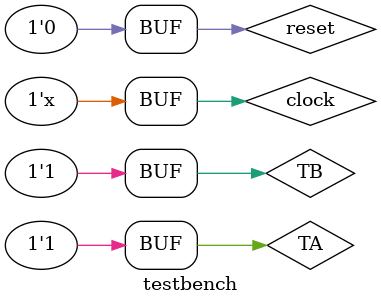
<source format=v>
`timescale 1ns / 1ps
module testbench();
  
    // We need to give values at the inputs, so we define them as registers  
	reg clock;
	reg reset;
	reg TA, TB;
	
	//The outputs are wires. We don't connect them to anything, but we need to 
	// declare them to visualize them in the output timing diagram
	wire [1:0] LA, LB;
	
	// an instance of the Device Under Test
	semaforo_FSM DUT(
        .clock (clock),
        .reset (reset),
        .TA (TA),
        .TB (TB),
        .LA (LA),
        .LB (LB)
        );
            
	// generate a clock signal that inverts its value every five time units
	always  #25 clock=~clock;
	
	//here we assign values to the inputs
	initial begin
		clock = 1'b0;
		reset = 1'b0;
		TA = 1'b1;
		TB = 1'b0;
		#40 TB = 1'b1;
		#60 reset = 1'b1;
		#10 reset = 1'b0;
		
		
		#38 TA = 1'b0;
		    
		
		#206 TB = 1'b0;
		#302 TA = 1'b1;
		#40 TB = 1'b1;
	end

endmodule

</source>
